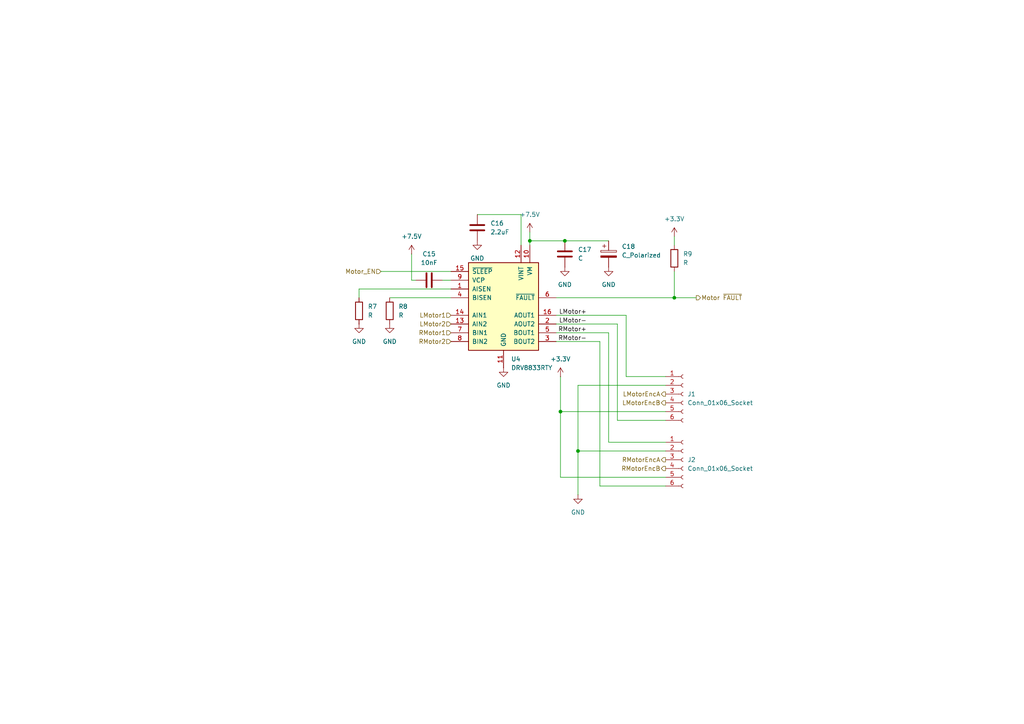
<source format=kicad_sch>
(kicad_sch (version 20231120) (generator "eeschema") (generator_version "8.0")
  (paper "A4")
  (title_block (title "Micromouse") (date "2024-03-31") (rev "1.0") (company "One Big Circle / Torbett Design Ltd"))
  (lib_symbols
    (symbol "Connector:Conn_01x06_Socket" (pin_names (offset 1.016) hide)
      (property "Reference" "J" (at 0 7.62 0))
      (property "Value" "Conn_01x06_Socket" (at 0 -10.16 0))
      (symbol "Conn_01x06_Socket_1_1"
        (arc (start 0 -7.112) (mid -0.5058 -7.62) (end 0 -8.128) (stroke (width 0.1524)))
        (arc (start 0 -4.572) (mid -0.5058 -5.08) (end 0 -5.588) (stroke (width 0.1524)))
        (arc (start 0 -2.032) (mid -0.5058 -2.54) (end 0 -3.048) (stroke (width 0.1524)))
        (polyline (pts (xy -1.27 -7.62) (xy -0.508 -7.62)) (stroke (width 0.1524)))
        (polyline (pts (xy -1.27 -5.08) (xy -0.508 -5.08)) (stroke (width 0.1524)))
        (polyline (pts (xy -1.27 -2.54) (xy -0.508 -2.54)) (stroke (width 0.1524)))
        (polyline (pts (xy -1.27 0) (xy -0.508 0)) (stroke (width 0.1524)))
        (polyline (pts (xy -1.27 2.54) (xy -0.508 2.54)) (stroke (width 0.1524)))
        (polyline (pts (xy -1.27 5.08) (xy -0.508 5.08)) (stroke (width 0.1524)))
        (arc (start 0 0.508) (mid -0.5058 0) (end 0 -0.508) (stroke (width 0.1524)))
        (arc (start 0 3.048) (mid -0.5058 2.54) (end 0 2.032) (stroke (width 0.1524)))
        (arc (start 0 5.588) (mid -0.5058 5.08) (end 0 4.572) (stroke (width 0.1524)))
        (pin passive line (at -5.08 5.08 0) (length 3.81) (name "Pin_1") (number "1"))
        (pin passive line (at -5.08 2.54 0) (length 3.81) (name "Pin_2") (number "2"))
        (pin passive line (at -5.08 0 0) (length 3.81) (name "Pin_3") (number "3"))
        (pin passive line (at -5.08 -2.54 0) (length 3.81) (name "Pin_4") (number "4"))
        (pin passive line (at -5.08 -5.08 0) (length 3.81) (name "Pin_5") (number "5"))
        (pin passive line (at -5.08 -7.62 0) (length 3.81) (name "Pin_6") (number "6"))
      )
    )
    (symbol "Device:C" (pin_numbers hide) (pin_names (offset 0.254))
      (property "Reference" "C" (at 0.635 2.54 0))
      (property "Value" "C" (at 0.635 -2.54 0))
      (symbol "C_0_1"
        (polyline (pts (xy -2.032 -0.762) (xy 2.032 -0.762)) (stroke (width 0.508)))
        (polyline (pts (xy -2.032 0.762) (xy 2.032 0.762)) (stroke (width 0.508)))
      )
      (symbol "C_1_1"
        (pin passive line (at 0 3.81 270) (length 2.794) (name "~") (number "1"))
        (pin passive line (at 0 -3.81 90) (length 2.794) (name "~") (number "2"))
      )
    )
    (symbol "Device:C_Polarized" (pin_numbers hide) (pin_names (offset 0.254))
      (property "Reference" "C" (at 0.635 2.54 0))
      (property "Value" "C_Polarized" (at 0.635 -2.54 0))
      (symbol "C_Polarized_0_1"
        (rectangle (start -2.286 0.508) (end 2.286 1.016))
        (polyline (pts (xy -1.778 2.286) (xy -0.762 2.286)))
        (polyline (pts (xy -1.27 2.794) (xy -1.27 1.778)))
        (rectangle (start 2.286 -0.508) (end -2.286 -1.016) (fill (type outline)))
      )
      (symbol "C_Polarized_1_1"
        (pin passive line (at 0 3.81 270) (length 2.794) (name "~") (number "1"))
        (pin passive line (at 0 -3.81 90) (length 2.794) (name "~") (number "2"))
      )
    )
    (symbol "Device:R" (pin_numbers hide) (pin_names (offset 0))
      (property "Reference" "R" (at 2.032 0 90))
      (property "Value" "R" (at 0 0 90))
      (symbol "R_0_1"
        (rectangle (start -1.016 -2.54) (end 1.016 2.54) (stroke (width 0.254)))
      )
      (symbol "R_1_1"
        (pin passive line (at 0 3.81 270) (length 1.27) (name "~") (number "1"))
        (pin passive line (at 0 -3.81 90) (length 1.27) (name "~") (number "2"))
      )
    )
    (symbol "Driver_Motor:DRV8833RTY" (pin_names (offset 1.016))
      (property "Reference" "U" (at -3.81 16.51 0))
      (property "Value" "DRV8833RTY" (at -3.81 13.97 0))
      (symbol "DRV8833RTY_0_1"
        (rectangle (start -10.16 12.7) (end 10.16 -12.7) (stroke (width 0.254)) (fill (type background)))
      )
      (symbol "DRV8833RTY_1_1"
        (pin bidirectional line (at -15.24 5.08 0) (length 5.08) (name "AISEN") (number "1"))
        (pin power_in line (at 7.62 17.78 270) (length 5.08) (name "VM") (number "10"))
        (pin power_in line (at 0 -17.78 90) (length 5.08) (name "GND") (number "11"))
        (pin power_in line (at 5.08 17.78 270) (length 5.08) (name "VINT") (number "12"))
        (pin input line (at -15.24 -5.08 0) (length 5.08) (name "AIN2") (number "13"))
        (pin input line (at -15.24 -2.54 0) (length 5.08) (name "AIN1") (number "14"))
        (pin input line (at -15.24 10.16 0) (length 5.08) (name "~{SLEEP}") (number "15"))
        (pin power_out line (at 15.24 -2.54 180) (length 5.08) (name "AOUT1") (number "16"))
        (pin passive line (at 0 -17.78 90) (length 5.08) hide (name "GND") (number "17"))
        (pin power_out line (at 15.24 -5.08 180) (length 5.08) (name "AOUT2") (number "2"))
        (pin power_out line (at 15.24 -10.16 180) (length 5.08) (name "BOUT2") (number "3"))
        (pin bidirectional line (at -15.24 2.54 0) (length 5.08) (name "BISEN") (number "4"))
        (pin power_out line (at 15.24 -7.62 180) (length 5.08) (name "BOUT1") (number "5"))
        (pin open_collector line (at 15.24 2.54 180) (length 5.08) (name "~{FAULT}") (number "6"))
        (pin input line (at -15.24 -7.62 0) (length 5.08) (name "BIN1") (number "7"))
        (pin input line (at -15.24 -10.16 0) (length 5.08) (name "BIN2") (number "8"))
        (pin bidirectional line (at -15.24 7.62 0) (length 5.08) (name "VCP") (number "9"))
      )
    )
    (symbol "power:+3.3V" (power) (pin_numbers hide) (pin_names (offset 0) hide)
      (property "Value" "+3.3V" (at 0 3.556 0))
      (symbol "+3.3V_0_1"
        (polyline (pts (xy -0.762 1.27) (xy 0 2.54)))
        (polyline (pts (xy 0 0) (xy 0 2.54)))
        (polyline (pts (xy 0 2.54) (xy 0.762 1.27)))
      )
      (symbol "+3.3V_1_1"
        (pin power_in line (at 0 0 90) (length 0) (name "~") (number "1"))
      )
    )
    (symbol "power:+7.5V" (power) (pin_numbers hide) (pin_names (offset 0) hide)
      (property "Value" "+7.5V" (at 0 3.556 0))
      (symbol "+7.5V_0_1"
        (polyline (pts (xy -0.762 1.27) (xy 0 2.54)))
        (polyline (pts (xy 0 0) (xy 0 2.54)))
        (polyline (pts (xy 0 2.54) (xy 0.762 1.27)))
      )
      (symbol "+7.5V_1_1"
        (pin power_in line (at 0 0 90) (length 0) (name "~") (number "1"))
      )
    )
    (symbol "power:GND" (power) (pin_numbers hide) (pin_names (offset 0) hide)
      (property "Value" "GND" (at 0 -3.81 0))
      (symbol "GND_0_1"
        (polyline (pts (xy 0 0) (xy 0 -1.27) (xy 1.27 -1.27) (xy 0 -2.54) (xy -1.27 -1.27) (xy 0 -1.27)))
      )
      (symbol "GND_1_1"
        (pin power_in line (at 0 0 270) (length 0) (name "~") (number "1"))
      )
    )
  )
  (junction (at 167.64 130.81))
  (junction (at 163.83 69.85))
  (junction (at 162.56 119.38))
  (junction (at 195.58 86.36))
  (junction (at 153.67 69.85))
  (wire (pts (xy 167.64 130.81) (xy 193.04 130.81)))
  (wire (pts (xy 173.99 140.97) (xy 193.04 140.97)))
  (wire (pts (xy 195.58 78.74) (xy 195.58 86.36)))
  (wire (pts (xy 161.29 96.52) (xy 176.53 96.52)))
  (wire (pts (xy 161.29 86.36) (xy 195.58 86.36)))
  (wire (pts (xy 120.65 81.28) (xy 119.38 81.28)))
  (wire (pts (xy 193.04 138.43) (xy 162.56 138.43)))
  (wire (pts (xy 153.67 69.85) (xy 163.83 69.85)))
  (wire (pts (xy 162.56 109.22) (xy 162.56 119.38)))
  (wire (pts (xy 181.61 109.22) (xy 193.04 109.22)))
  (wire (pts (xy 104.14 83.82) (xy 104.14 86.36)))
  (wire (pts (xy 167.64 111.76) (xy 167.64 130.81)))
  (wire (pts (xy 179.07 121.92) (xy 193.04 121.92)))
  (wire (pts (xy 113.03 86.36) (xy 130.81 86.36)))
  (wire (pts (xy 162.56 119.38) (xy 193.04 119.38)))
  (wire (pts (xy 163.83 69.85) (xy 176.53 69.85)))
  (wire (pts (xy 162.56 138.43) (xy 162.56 119.38)))
  (wire (pts (xy 153.67 69.85) (xy 153.67 71.12)))
  (wire (pts (xy 119.38 81.28) (xy 119.38 73.66)))
  (wire (pts (xy 167.64 130.81) (xy 167.64 143.51)))
  (wire (pts (xy 161.29 99.06) (xy 173.99 99.06)))
  (wire (pts (xy 128.27 81.28) (xy 130.81 81.28)))
  (wire (pts (xy 161.29 93.98) (xy 179.07 93.98)))
  (wire (pts (xy 181.61 91.44) (xy 181.61 109.22)))
  (wire (pts (xy 110.49 78.74) (xy 130.81 78.74)))
  (wire (pts (xy 130.81 83.82) (xy 104.14 83.82)))
  (wire (pts (xy 195.58 86.36) (xy 201.93 86.36)))
  (wire (pts (xy 151.13 62.23) (xy 138.43 62.23)))
  (wire (pts (xy 195.58 68.58) (xy 195.58 71.12)))
  (wire (pts (xy 179.07 93.98) (xy 179.07 121.92)))
  (wire (pts (xy 193.04 111.76) (xy 167.64 111.76)))
  (wire (pts (xy 153.67 67.31) (xy 153.67 69.85)))
  (wire (pts (xy 161.29 91.44) (xy 181.61 91.44)))
  (wire (pts (xy 176.53 128.27) (xy 193.04 128.27)))
  (wire (pts (xy 176.53 96.52) (xy 176.53 128.27)))
  (wire (pts (xy 151.13 71.12) (xy 151.13 62.23)))
  (wire (pts (xy 173.99 99.06) (xy 173.99 140.97)))
  (label "LMotor-" (at 170.18 93.98 180))
  (label "RMotor-" (at 170.18 99.06 180))
  (label "LMotor+" (at 170.18 91.44 180))
  (label "RMotor+" (at 170.18 96.52 180))
  (hierarchical_label "Motor_EN" (shape input) (at 110.49 78.74 180))
  (hierarchical_label "Motor ~{FAULT}" (shape output) (at 201.93 86.36 0))
  (hierarchical_label "RMotor1" (shape input) (at 130.81 96.52 180))
  (hierarchical_label "LMotorEncB" (shape output) (at 193.04 116.84 180))
  (hierarchical_label "RMotorEncB" (shape output) (at 193.04 135.89 180))
  (hierarchical_label "RMotorEncA" (shape output) (at 193.04 133.35 180))
  (hierarchical_label "LMotor2" (shape input) (at 130.81 93.98 180))
  (hierarchical_label "LMotorEncA" (shape output) (at 193.04 114.3 180))
  (hierarchical_label "RMotor2" (shape input) (at 130.81 99.06 180))
  (hierarchical_label "LMotor1" (shape input) (at 130.81 91.44 180))
  (symbol (lib_id "power:GND") (at 167.64 143.51 0) (unit 1)
    (property "Reference" "#PWR031" (effects (hide yes)))
    (property "Value" "GND" (at 167.64 148.59 0))
    (property "Description" "Power symbol creates a global label with name \"GND\" , ground" (effects (hide yes)))
  )
  (symbol (lib_id "power:GND") (at 176.53 77.47 0) (unit 1)
    (property "Reference" "#PWR032" (effects (hide yes)))
    (property "Value" "GND" (at 176.53 82.55 0))
    (property "Description" "Power symbol creates a global label with name \"GND\" , ground" (effects (hide yes)))
  )
  (symbol (lib_id "Device:R") (at 195.58 74.93 0) (unit 1)
    (property "Reference" "R9" (at 198.12 73.6599 0) (effects (justify left)))
    (property "Value" "R" (at 198.12 76.1999 0) (effects (justify left)))
    (property "Footprint" "Resistor_SMD:R_0603_1608Metric" (effects (hide yes)))
    (property "Description" "Resistor" (effects (hide yes)))
  )
  (symbol (lib_id "power:+7.5V") (at 153.67 67.31 0) (unit 1)
    (property "Reference" "#PWR028" (effects (hide yes)))
    (property "Value" "+7.5V" (at 153.67 62.23 0))
    (property "Description" "Power symbol creates a global label with name \"+7.5V\"" (effects (hide yes)))
  )
  (symbol (lib_id "power:+7.5V") (at 119.38 73.66 0) (unit 1)
    (property "Reference" "#PWR025" (effects (hide yes)))
    (property "Value" "+7.5V" (at 119.38 68.58 0))
    (property "Description" "Power symbol creates a global label with name \"+7.5V\"" (effects (hide yes)))
  )
  (symbol (lib_id "power:+3.3V") (at 162.56 109.22 0) (unit 1)
    (property "Reference" "#PWR029" (effects (hide yes)))
    (property "Value" "+3.3V" (at 162.56 104.14 0))
    (property "Description" "Power symbol creates a global label with name \"+3.3V\"" (effects (hide yes)))
  )
  (symbol (lib_id "Device:R") (at 113.03 90.17 0) (unit 1)
    (property "Reference" "R8" (at 115.57 88.8999 0) (effects (justify left)))
    (property "Value" "R" (at 115.57 91.4399 0) (effects (justify left)))
    (property "Footprint" "Resistor_SMD:R_1206_3216Metric" (effects (hide yes)))
    (property "Description" "Resistor" (effects (hide yes)))
  )
  (symbol (lib_id "Device:C") (at 124.46 81.28 90) (unit 1)
    (property "Reference" "C15" (at 124.46 73.66 90))
    (property "Value" "10nF" (at 124.46 76.2 90))
    (property "Footprint" "Capacitor_SMD:C_0603_1608Metric" (effects (hide yes)))
    (property "Description" "Unpolarized capacitor" (effects (hide yes)))
  )
  (symbol (lib_id "power:GND") (at 113.03 93.98 0) (unit 1)
    (property "Reference" "#PWR024" (effects (hide yes)))
    (property "Value" "GND" (at 113.03 99.06 0))
    (property "Description" "Power symbol creates a global label with name \"GND\" , ground" (effects (hide yes)))
  )
  (symbol (lib_id "Device:C_Polarized") (at 176.53 73.66 0) (unit 1)
    (property "Reference" "C18" (at 180.34 71.5009 0) (effects (justify left)))
    (property "Value" "C_Polarized" (at 180.34 74.0409 0) (effects (justify left)))
    (property "Footprint" "Capacitor_SMD:CP_Elec_6.3x4.5" (effects (hide yes)))
    (property "Description" "Polarized capacitor" (effects (hide yes)))
  )
  (symbol (lib_id "Connector:Conn_01x06_Socket") (at 198.12 133.35 0) (unit 1)
    (property "Reference" "J2" (at 199.39 133.3499 0) (effects (justify left)))
    (property "Value" "Conn_01x06_Socket" (at 199.39 135.8899 0) (effects (justify left)))
    (property "Footprint" "Connector_JST:JST_EH_B6B-EH-A_1x06_P2.50mm_Vertical" (effects (hide yes)))
    (property "Description" "Generic connector, single row, 01x06, script generated" (effects (hide yes)))
  )
  (symbol (lib_id "power:GND") (at 104.14 93.98 0) (unit 1)
    (property "Reference" "#PWR023" (effects (hide yes)))
    (property "Value" "GND" (at 104.14 99.06 0))
    (property "Description" "Power symbol creates a global label with name \"GND\" , ground" (effects (hide yes)))
  )
  (symbol (lib_id "power:+3.3V") (at 195.58 68.58 0) (unit 1)
    (property "Reference" "#PWR033" (effects (hide yes)))
    (property "Value" "+3.3V" (at 195.58 63.5 0))
    (property "Description" "Power symbol creates a global label with name \"+3.3V\"" (effects (hide yes)))
  )
  (symbol (lib_id "power:GND") (at 163.83 77.47 0) (unit 1)
    (property "Reference" "#PWR030" (effects (hide yes)))
    (property "Value" "GND" (at 163.83 82.55 0))
    (property "Description" "Power symbol creates a global label with name \"GND\" , ground" (effects (hide yes)))
  )
  (symbol (lib_id "power:GND") (at 138.43 69.85 0) (unit 1)
    (property "Reference" "#PWR026" (effects (hide yes)))
    (property "Value" "GND" (at 138.43 74.93 0))
    (property "Description" "Power symbol creates a global label with name \"GND\" , ground" (effects (hide yes)))
  )
  (symbol (lib_id "Device:R") (at 104.14 90.17 0) (unit 1)
    (property "Reference" "R7" (at 106.68 88.8999 0) (effects (justify left)))
    (property "Value" "R" (at 106.68 91.4399 0) (effects (justify left)))
    (property "Footprint" "Resistor_SMD:R_1206_3216Metric" (effects (hide yes)))
    (property "Description" "Resistor" (effects (hide yes)))
  )
  (symbol (lib_id "Device:C") (at 163.83 73.66 0) (unit 1)
    (property "Reference" "C17" (at 167.64 72.3899 0) (effects (justify left)))
    (property "Value" "C" (at 167.64 74.9299 0) (effects (justify left)))
    (property "Footprint" "Capacitor_SMD:C_0603_1608Metric" (effects (hide yes)))
    (property "Description" "Unpolarized capacitor" (effects (hide yes)))
  )
  (symbol (lib_id "Device:C") (at 138.43 66.04 0) (unit 1)
    (property "Reference" "C16" (at 142.24 64.7699 0) (effects (justify left)))
    (property "Value" "2.2uF" (at 142.24 67.3099 0) (effects (justify left)))
    (property "Footprint" "Capacitor_SMD:C_1812_4532Metric" (effects (hide yes)))
    (property "Description" "Unpolarized capacitor" (effects (hide yes)))
  )
  (symbol (lib_id "Connector:Conn_01x06_Socket") (at 198.12 114.3 0) (unit 1)
    (property "Reference" "J1" (at 199.39 114.2999 0) (effects (justify left)))
    (property "Value" "Conn_01x06_Socket" (at 199.39 116.8399 0) (effects (justify left)))
    (property "Footprint" "Connector_JST:JST_EH_B6B-EH-A_1x06_P2.50mm_Vertical" (effects (hide yes)))
    (property "Description" "Generic connector, single row, 01x06, script generated" (effects (hide yes)))
  )
  (symbol (lib_id "power:GND") (at 146.05 106.68 0) (unit 1)
    (property "Reference" "#PWR027" (effects (hide yes)))
    (property "Value" "GND" (at 146.05 111.76 0))
    (property "Description" "Power symbol creates a global label with name \"GND\" , ground" (effects (hide yes)))
  )
  (symbol (lib_id "Driver_Motor:DRV8833RTY") (at 146.05 88.9 0) (unit 1)
    (property "Reference" "U4" (at 148.2441 104.14 0) (effects (justify left)))
    (property "Value" "DRV8833RTY" (at 148.2441 106.68 0) (effects (justify left)))
    (property "Footprint" "Package_DFN_QFN:Texas_RTY_WQFN-16-1EP_4x4mm_P0.65mm_EP2.1x2.1mm_ThermalVias" (effects (hide yes)))
    (property "Datasheet" "http://www.ti.com/lit/ds/symlink/drv8833.pdf" (effects (hide yes)))
    (property "Description" "Dual H-Bridge Motor Driver, WQFN-16" (effects (hide yes)))
  )
)
</source>
